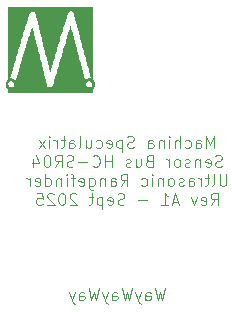
<source format=gbr>
%TF.GenerationSoftware,KiCad,Pcbnew,9.0.4*%
%TF.CreationDate,2025-11-07T20:41:43+01:00*%
%TF.ProjectId,SB_Mod_SR04,53425f4d-6f64-45f5-9352-30342e6b6963,rev?*%
%TF.SameCoordinates,Original*%
%TF.FileFunction,Legend,Bot*%
%TF.FilePolarity,Positive*%
%FSLAX46Y46*%
G04 Gerber Fmt 4.6, Leading zero omitted, Abs format (unit mm)*
G04 Created by KiCad (PCBNEW 9.0.4) date 2025-11-07 20:41:43*
%MOMM*%
%LPD*%
G01*
G04 APERTURE LIST*
%ADD10C,0.100000*%
%ADD11C,0.000000*%
G04 APERTURE END LIST*
D10*
X129681952Y-105938987D02*
X129681952Y-104938987D01*
X129681952Y-104938987D02*
X129348619Y-105653272D01*
X129348619Y-105653272D02*
X129015286Y-104938987D01*
X129015286Y-104938987D02*
X129015286Y-105938987D01*
X128110524Y-105938987D02*
X128110524Y-105415177D01*
X128110524Y-105415177D02*
X128158143Y-105319939D01*
X128158143Y-105319939D02*
X128253381Y-105272320D01*
X128253381Y-105272320D02*
X128443857Y-105272320D01*
X128443857Y-105272320D02*
X128539095Y-105319939D01*
X128110524Y-105891368D02*
X128205762Y-105938987D01*
X128205762Y-105938987D02*
X128443857Y-105938987D01*
X128443857Y-105938987D02*
X128539095Y-105891368D01*
X128539095Y-105891368D02*
X128586714Y-105796129D01*
X128586714Y-105796129D02*
X128586714Y-105700891D01*
X128586714Y-105700891D02*
X128539095Y-105605653D01*
X128539095Y-105605653D02*
X128443857Y-105558034D01*
X128443857Y-105558034D02*
X128205762Y-105558034D01*
X128205762Y-105558034D02*
X128110524Y-105510415D01*
X127205762Y-105891368D02*
X127301000Y-105938987D01*
X127301000Y-105938987D02*
X127491476Y-105938987D01*
X127491476Y-105938987D02*
X127586714Y-105891368D01*
X127586714Y-105891368D02*
X127634333Y-105843748D01*
X127634333Y-105843748D02*
X127681952Y-105748510D01*
X127681952Y-105748510D02*
X127681952Y-105462796D01*
X127681952Y-105462796D02*
X127634333Y-105367558D01*
X127634333Y-105367558D02*
X127586714Y-105319939D01*
X127586714Y-105319939D02*
X127491476Y-105272320D01*
X127491476Y-105272320D02*
X127301000Y-105272320D01*
X127301000Y-105272320D02*
X127205762Y-105319939D01*
X126777190Y-105938987D02*
X126777190Y-104938987D01*
X126348619Y-105938987D02*
X126348619Y-105415177D01*
X126348619Y-105415177D02*
X126396238Y-105319939D01*
X126396238Y-105319939D02*
X126491476Y-105272320D01*
X126491476Y-105272320D02*
X126634333Y-105272320D01*
X126634333Y-105272320D02*
X126729571Y-105319939D01*
X126729571Y-105319939D02*
X126777190Y-105367558D01*
X125872428Y-105938987D02*
X125872428Y-105272320D01*
X125872428Y-104938987D02*
X125920047Y-104986606D01*
X125920047Y-104986606D02*
X125872428Y-105034225D01*
X125872428Y-105034225D02*
X125824809Y-104986606D01*
X125824809Y-104986606D02*
X125872428Y-104938987D01*
X125872428Y-104938987D02*
X125872428Y-105034225D01*
X125396238Y-105272320D02*
X125396238Y-105938987D01*
X125396238Y-105367558D02*
X125348619Y-105319939D01*
X125348619Y-105319939D02*
X125253381Y-105272320D01*
X125253381Y-105272320D02*
X125110524Y-105272320D01*
X125110524Y-105272320D02*
X125015286Y-105319939D01*
X125015286Y-105319939D02*
X124967667Y-105415177D01*
X124967667Y-105415177D02*
X124967667Y-105938987D01*
X124062905Y-105938987D02*
X124062905Y-105415177D01*
X124062905Y-105415177D02*
X124110524Y-105319939D01*
X124110524Y-105319939D02*
X124205762Y-105272320D01*
X124205762Y-105272320D02*
X124396238Y-105272320D01*
X124396238Y-105272320D02*
X124491476Y-105319939D01*
X124062905Y-105891368D02*
X124158143Y-105938987D01*
X124158143Y-105938987D02*
X124396238Y-105938987D01*
X124396238Y-105938987D02*
X124491476Y-105891368D01*
X124491476Y-105891368D02*
X124539095Y-105796129D01*
X124539095Y-105796129D02*
X124539095Y-105700891D01*
X124539095Y-105700891D02*
X124491476Y-105605653D01*
X124491476Y-105605653D02*
X124396238Y-105558034D01*
X124396238Y-105558034D02*
X124158143Y-105558034D01*
X124158143Y-105558034D02*
X124062905Y-105510415D01*
X122872428Y-105891368D02*
X122729571Y-105938987D01*
X122729571Y-105938987D02*
X122491476Y-105938987D01*
X122491476Y-105938987D02*
X122396238Y-105891368D01*
X122396238Y-105891368D02*
X122348619Y-105843748D01*
X122348619Y-105843748D02*
X122301000Y-105748510D01*
X122301000Y-105748510D02*
X122301000Y-105653272D01*
X122301000Y-105653272D02*
X122348619Y-105558034D01*
X122348619Y-105558034D02*
X122396238Y-105510415D01*
X122396238Y-105510415D02*
X122491476Y-105462796D01*
X122491476Y-105462796D02*
X122681952Y-105415177D01*
X122681952Y-105415177D02*
X122777190Y-105367558D01*
X122777190Y-105367558D02*
X122824809Y-105319939D01*
X122824809Y-105319939D02*
X122872428Y-105224701D01*
X122872428Y-105224701D02*
X122872428Y-105129463D01*
X122872428Y-105129463D02*
X122824809Y-105034225D01*
X122824809Y-105034225D02*
X122777190Y-104986606D01*
X122777190Y-104986606D02*
X122681952Y-104938987D01*
X122681952Y-104938987D02*
X122443857Y-104938987D01*
X122443857Y-104938987D02*
X122301000Y-104986606D01*
X121872428Y-105272320D02*
X121872428Y-106272320D01*
X121872428Y-105319939D02*
X121777190Y-105272320D01*
X121777190Y-105272320D02*
X121586714Y-105272320D01*
X121586714Y-105272320D02*
X121491476Y-105319939D01*
X121491476Y-105319939D02*
X121443857Y-105367558D01*
X121443857Y-105367558D02*
X121396238Y-105462796D01*
X121396238Y-105462796D02*
X121396238Y-105748510D01*
X121396238Y-105748510D02*
X121443857Y-105843748D01*
X121443857Y-105843748D02*
X121491476Y-105891368D01*
X121491476Y-105891368D02*
X121586714Y-105938987D01*
X121586714Y-105938987D02*
X121777190Y-105938987D01*
X121777190Y-105938987D02*
X121872428Y-105891368D01*
X120586714Y-105891368D02*
X120681952Y-105938987D01*
X120681952Y-105938987D02*
X120872428Y-105938987D01*
X120872428Y-105938987D02*
X120967666Y-105891368D01*
X120967666Y-105891368D02*
X121015285Y-105796129D01*
X121015285Y-105796129D02*
X121015285Y-105415177D01*
X121015285Y-105415177D02*
X120967666Y-105319939D01*
X120967666Y-105319939D02*
X120872428Y-105272320D01*
X120872428Y-105272320D02*
X120681952Y-105272320D01*
X120681952Y-105272320D02*
X120586714Y-105319939D01*
X120586714Y-105319939D02*
X120539095Y-105415177D01*
X120539095Y-105415177D02*
X120539095Y-105510415D01*
X120539095Y-105510415D02*
X121015285Y-105605653D01*
X119681952Y-105891368D02*
X119777190Y-105938987D01*
X119777190Y-105938987D02*
X119967666Y-105938987D01*
X119967666Y-105938987D02*
X120062904Y-105891368D01*
X120062904Y-105891368D02*
X120110523Y-105843748D01*
X120110523Y-105843748D02*
X120158142Y-105748510D01*
X120158142Y-105748510D02*
X120158142Y-105462796D01*
X120158142Y-105462796D02*
X120110523Y-105367558D01*
X120110523Y-105367558D02*
X120062904Y-105319939D01*
X120062904Y-105319939D02*
X119967666Y-105272320D01*
X119967666Y-105272320D02*
X119777190Y-105272320D01*
X119777190Y-105272320D02*
X119681952Y-105319939D01*
X118824809Y-105272320D02*
X118824809Y-105938987D01*
X119253380Y-105272320D02*
X119253380Y-105796129D01*
X119253380Y-105796129D02*
X119205761Y-105891368D01*
X119205761Y-105891368D02*
X119110523Y-105938987D01*
X119110523Y-105938987D02*
X118967666Y-105938987D01*
X118967666Y-105938987D02*
X118872428Y-105891368D01*
X118872428Y-105891368D02*
X118824809Y-105843748D01*
X118205761Y-105938987D02*
X118300999Y-105891368D01*
X118300999Y-105891368D02*
X118348618Y-105796129D01*
X118348618Y-105796129D02*
X118348618Y-104938987D01*
X117396237Y-105938987D02*
X117396237Y-105415177D01*
X117396237Y-105415177D02*
X117443856Y-105319939D01*
X117443856Y-105319939D02*
X117539094Y-105272320D01*
X117539094Y-105272320D02*
X117729570Y-105272320D01*
X117729570Y-105272320D02*
X117824808Y-105319939D01*
X117396237Y-105891368D02*
X117491475Y-105938987D01*
X117491475Y-105938987D02*
X117729570Y-105938987D01*
X117729570Y-105938987D02*
X117824808Y-105891368D01*
X117824808Y-105891368D02*
X117872427Y-105796129D01*
X117872427Y-105796129D02*
X117872427Y-105700891D01*
X117872427Y-105700891D02*
X117824808Y-105605653D01*
X117824808Y-105605653D02*
X117729570Y-105558034D01*
X117729570Y-105558034D02*
X117491475Y-105558034D01*
X117491475Y-105558034D02*
X117396237Y-105510415D01*
X117062903Y-105272320D02*
X116681951Y-105272320D01*
X116920046Y-104938987D02*
X116920046Y-105796129D01*
X116920046Y-105796129D02*
X116872427Y-105891368D01*
X116872427Y-105891368D02*
X116777189Y-105938987D01*
X116777189Y-105938987D02*
X116681951Y-105938987D01*
X116348617Y-105938987D02*
X116348617Y-105272320D01*
X116348617Y-105462796D02*
X116300998Y-105367558D01*
X116300998Y-105367558D02*
X116253379Y-105319939D01*
X116253379Y-105319939D02*
X116158141Y-105272320D01*
X116158141Y-105272320D02*
X116062903Y-105272320D01*
X115729569Y-105938987D02*
X115729569Y-105272320D01*
X115729569Y-104938987D02*
X115777188Y-104986606D01*
X115777188Y-104986606D02*
X115729569Y-105034225D01*
X115729569Y-105034225D02*
X115681950Y-104986606D01*
X115681950Y-104986606D02*
X115729569Y-104938987D01*
X115729569Y-104938987D02*
X115729569Y-105034225D01*
X115348617Y-105938987D02*
X114824808Y-105272320D01*
X115348617Y-105272320D02*
X114824808Y-105938987D01*
X130324809Y-107501312D02*
X130181952Y-107548931D01*
X130181952Y-107548931D02*
X129943857Y-107548931D01*
X129943857Y-107548931D02*
X129848619Y-107501312D01*
X129848619Y-107501312D02*
X129801000Y-107453692D01*
X129801000Y-107453692D02*
X129753381Y-107358454D01*
X129753381Y-107358454D02*
X129753381Y-107263216D01*
X129753381Y-107263216D02*
X129801000Y-107167978D01*
X129801000Y-107167978D02*
X129848619Y-107120359D01*
X129848619Y-107120359D02*
X129943857Y-107072740D01*
X129943857Y-107072740D02*
X130134333Y-107025121D01*
X130134333Y-107025121D02*
X130229571Y-106977502D01*
X130229571Y-106977502D02*
X130277190Y-106929883D01*
X130277190Y-106929883D02*
X130324809Y-106834645D01*
X130324809Y-106834645D02*
X130324809Y-106739407D01*
X130324809Y-106739407D02*
X130277190Y-106644169D01*
X130277190Y-106644169D02*
X130229571Y-106596550D01*
X130229571Y-106596550D02*
X130134333Y-106548931D01*
X130134333Y-106548931D02*
X129896238Y-106548931D01*
X129896238Y-106548931D02*
X129753381Y-106596550D01*
X128943857Y-107501312D02*
X129039095Y-107548931D01*
X129039095Y-107548931D02*
X129229571Y-107548931D01*
X129229571Y-107548931D02*
X129324809Y-107501312D01*
X129324809Y-107501312D02*
X129372428Y-107406073D01*
X129372428Y-107406073D02*
X129372428Y-107025121D01*
X129372428Y-107025121D02*
X129324809Y-106929883D01*
X129324809Y-106929883D02*
X129229571Y-106882264D01*
X129229571Y-106882264D02*
X129039095Y-106882264D01*
X129039095Y-106882264D02*
X128943857Y-106929883D01*
X128943857Y-106929883D02*
X128896238Y-107025121D01*
X128896238Y-107025121D02*
X128896238Y-107120359D01*
X128896238Y-107120359D02*
X129372428Y-107215597D01*
X128467666Y-106882264D02*
X128467666Y-107548931D01*
X128467666Y-106977502D02*
X128420047Y-106929883D01*
X128420047Y-106929883D02*
X128324809Y-106882264D01*
X128324809Y-106882264D02*
X128181952Y-106882264D01*
X128181952Y-106882264D02*
X128086714Y-106929883D01*
X128086714Y-106929883D02*
X128039095Y-107025121D01*
X128039095Y-107025121D02*
X128039095Y-107548931D01*
X127610523Y-107501312D02*
X127515285Y-107548931D01*
X127515285Y-107548931D02*
X127324809Y-107548931D01*
X127324809Y-107548931D02*
X127229571Y-107501312D01*
X127229571Y-107501312D02*
X127181952Y-107406073D01*
X127181952Y-107406073D02*
X127181952Y-107358454D01*
X127181952Y-107358454D02*
X127229571Y-107263216D01*
X127229571Y-107263216D02*
X127324809Y-107215597D01*
X127324809Y-107215597D02*
X127467666Y-107215597D01*
X127467666Y-107215597D02*
X127562904Y-107167978D01*
X127562904Y-107167978D02*
X127610523Y-107072740D01*
X127610523Y-107072740D02*
X127610523Y-107025121D01*
X127610523Y-107025121D02*
X127562904Y-106929883D01*
X127562904Y-106929883D02*
X127467666Y-106882264D01*
X127467666Y-106882264D02*
X127324809Y-106882264D01*
X127324809Y-106882264D02*
X127229571Y-106929883D01*
X126610523Y-107548931D02*
X126705761Y-107501312D01*
X126705761Y-107501312D02*
X126753380Y-107453692D01*
X126753380Y-107453692D02*
X126800999Y-107358454D01*
X126800999Y-107358454D02*
X126800999Y-107072740D01*
X126800999Y-107072740D02*
X126753380Y-106977502D01*
X126753380Y-106977502D02*
X126705761Y-106929883D01*
X126705761Y-106929883D02*
X126610523Y-106882264D01*
X126610523Y-106882264D02*
X126467666Y-106882264D01*
X126467666Y-106882264D02*
X126372428Y-106929883D01*
X126372428Y-106929883D02*
X126324809Y-106977502D01*
X126324809Y-106977502D02*
X126277190Y-107072740D01*
X126277190Y-107072740D02*
X126277190Y-107358454D01*
X126277190Y-107358454D02*
X126324809Y-107453692D01*
X126324809Y-107453692D02*
X126372428Y-107501312D01*
X126372428Y-107501312D02*
X126467666Y-107548931D01*
X126467666Y-107548931D02*
X126610523Y-107548931D01*
X125848618Y-107548931D02*
X125848618Y-106882264D01*
X125848618Y-107072740D02*
X125800999Y-106977502D01*
X125800999Y-106977502D02*
X125753380Y-106929883D01*
X125753380Y-106929883D02*
X125658142Y-106882264D01*
X125658142Y-106882264D02*
X125562904Y-106882264D01*
X124134332Y-107025121D02*
X123991475Y-107072740D01*
X123991475Y-107072740D02*
X123943856Y-107120359D01*
X123943856Y-107120359D02*
X123896237Y-107215597D01*
X123896237Y-107215597D02*
X123896237Y-107358454D01*
X123896237Y-107358454D02*
X123943856Y-107453692D01*
X123943856Y-107453692D02*
X123991475Y-107501312D01*
X123991475Y-107501312D02*
X124086713Y-107548931D01*
X124086713Y-107548931D02*
X124467665Y-107548931D01*
X124467665Y-107548931D02*
X124467665Y-106548931D01*
X124467665Y-106548931D02*
X124134332Y-106548931D01*
X124134332Y-106548931D02*
X124039094Y-106596550D01*
X124039094Y-106596550D02*
X123991475Y-106644169D01*
X123991475Y-106644169D02*
X123943856Y-106739407D01*
X123943856Y-106739407D02*
X123943856Y-106834645D01*
X123943856Y-106834645D02*
X123991475Y-106929883D01*
X123991475Y-106929883D02*
X124039094Y-106977502D01*
X124039094Y-106977502D02*
X124134332Y-107025121D01*
X124134332Y-107025121D02*
X124467665Y-107025121D01*
X123039094Y-106882264D02*
X123039094Y-107548931D01*
X123467665Y-106882264D02*
X123467665Y-107406073D01*
X123467665Y-107406073D02*
X123420046Y-107501312D01*
X123420046Y-107501312D02*
X123324808Y-107548931D01*
X123324808Y-107548931D02*
X123181951Y-107548931D01*
X123181951Y-107548931D02*
X123086713Y-107501312D01*
X123086713Y-107501312D02*
X123039094Y-107453692D01*
X122610522Y-107501312D02*
X122515284Y-107548931D01*
X122515284Y-107548931D02*
X122324808Y-107548931D01*
X122324808Y-107548931D02*
X122229570Y-107501312D01*
X122229570Y-107501312D02*
X122181951Y-107406073D01*
X122181951Y-107406073D02*
X122181951Y-107358454D01*
X122181951Y-107358454D02*
X122229570Y-107263216D01*
X122229570Y-107263216D02*
X122324808Y-107215597D01*
X122324808Y-107215597D02*
X122467665Y-107215597D01*
X122467665Y-107215597D02*
X122562903Y-107167978D01*
X122562903Y-107167978D02*
X122610522Y-107072740D01*
X122610522Y-107072740D02*
X122610522Y-107025121D01*
X122610522Y-107025121D02*
X122562903Y-106929883D01*
X122562903Y-106929883D02*
X122467665Y-106882264D01*
X122467665Y-106882264D02*
X122324808Y-106882264D01*
X122324808Y-106882264D02*
X122229570Y-106929883D01*
X120991474Y-107548931D02*
X120991474Y-106548931D01*
X120991474Y-107025121D02*
X120420046Y-107025121D01*
X120420046Y-107548931D02*
X120420046Y-106548931D01*
X119372427Y-107453692D02*
X119420046Y-107501312D01*
X119420046Y-107501312D02*
X119562903Y-107548931D01*
X119562903Y-107548931D02*
X119658141Y-107548931D01*
X119658141Y-107548931D02*
X119800998Y-107501312D01*
X119800998Y-107501312D02*
X119896236Y-107406073D01*
X119896236Y-107406073D02*
X119943855Y-107310835D01*
X119943855Y-107310835D02*
X119991474Y-107120359D01*
X119991474Y-107120359D02*
X119991474Y-106977502D01*
X119991474Y-106977502D02*
X119943855Y-106787026D01*
X119943855Y-106787026D02*
X119896236Y-106691788D01*
X119896236Y-106691788D02*
X119800998Y-106596550D01*
X119800998Y-106596550D02*
X119658141Y-106548931D01*
X119658141Y-106548931D02*
X119562903Y-106548931D01*
X119562903Y-106548931D02*
X119420046Y-106596550D01*
X119420046Y-106596550D02*
X119372427Y-106644169D01*
X118943855Y-107167978D02*
X118181951Y-107167978D01*
X117753379Y-107501312D02*
X117610522Y-107548931D01*
X117610522Y-107548931D02*
X117372427Y-107548931D01*
X117372427Y-107548931D02*
X117277189Y-107501312D01*
X117277189Y-107501312D02*
X117229570Y-107453692D01*
X117229570Y-107453692D02*
X117181951Y-107358454D01*
X117181951Y-107358454D02*
X117181951Y-107263216D01*
X117181951Y-107263216D02*
X117229570Y-107167978D01*
X117229570Y-107167978D02*
X117277189Y-107120359D01*
X117277189Y-107120359D02*
X117372427Y-107072740D01*
X117372427Y-107072740D02*
X117562903Y-107025121D01*
X117562903Y-107025121D02*
X117658141Y-106977502D01*
X117658141Y-106977502D02*
X117705760Y-106929883D01*
X117705760Y-106929883D02*
X117753379Y-106834645D01*
X117753379Y-106834645D02*
X117753379Y-106739407D01*
X117753379Y-106739407D02*
X117705760Y-106644169D01*
X117705760Y-106644169D02*
X117658141Y-106596550D01*
X117658141Y-106596550D02*
X117562903Y-106548931D01*
X117562903Y-106548931D02*
X117324808Y-106548931D01*
X117324808Y-106548931D02*
X117181951Y-106596550D01*
X116181951Y-107548931D02*
X116515284Y-107072740D01*
X116753379Y-107548931D02*
X116753379Y-106548931D01*
X116753379Y-106548931D02*
X116372427Y-106548931D01*
X116372427Y-106548931D02*
X116277189Y-106596550D01*
X116277189Y-106596550D02*
X116229570Y-106644169D01*
X116229570Y-106644169D02*
X116181951Y-106739407D01*
X116181951Y-106739407D02*
X116181951Y-106882264D01*
X116181951Y-106882264D02*
X116229570Y-106977502D01*
X116229570Y-106977502D02*
X116277189Y-107025121D01*
X116277189Y-107025121D02*
X116372427Y-107072740D01*
X116372427Y-107072740D02*
X116753379Y-107072740D01*
X115562903Y-106548931D02*
X115467665Y-106548931D01*
X115467665Y-106548931D02*
X115372427Y-106596550D01*
X115372427Y-106596550D02*
X115324808Y-106644169D01*
X115324808Y-106644169D02*
X115277189Y-106739407D01*
X115277189Y-106739407D02*
X115229570Y-106929883D01*
X115229570Y-106929883D02*
X115229570Y-107167978D01*
X115229570Y-107167978D02*
X115277189Y-107358454D01*
X115277189Y-107358454D02*
X115324808Y-107453692D01*
X115324808Y-107453692D02*
X115372427Y-107501312D01*
X115372427Y-107501312D02*
X115467665Y-107548931D01*
X115467665Y-107548931D02*
X115562903Y-107548931D01*
X115562903Y-107548931D02*
X115658141Y-107501312D01*
X115658141Y-107501312D02*
X115705760Y-107453692D01*
X115705760Y-107453692D02*
X115753379Y-107358454D01*
X115753379Y-107358454D02*
X115800998Y-107167978D01*
X115800998Y-107167978D02*
X115800998Y-106929883D01*
X115800998Y-106929883D02*
X115753379Y-106739407D01*
X115753379Y-106739407D02*
X115705760Y-106644169D01*
X115705760Y-106644169D02*
X115658141Y-106596550D01*
X115658141Y-106596550D02*
X115562903Y-106548931D01*
X114372427Y-106882264D02*
X114372427Y-107548931D01*
X114610522Y-106501312D02*
X114848617Y-107215597D01*
X114848617Y-107215597D02*
X114229570Y-107215597D01*
X130705762Y-108158875D02*
X130705762Y-108968398D01*
X130705762Y-108968398D02*
X130658143Y-109063636D01*
X130658143Y-109063636D02*
X130610524Y-109111256D01*
X130610524Y-109111256D02*
X130515286Y-109158875D01*
X130515286Y-109158875D02*
X130324810Y-109158875D01*
X130324810Y-109158875D02*
X130229572Y-109111256D01*
X130229572Y-109111256D02*
X130181953Y-109063636D01*
X130181953Y-109063636D02*
X130134334Y-108968398D01*
X130134334Y-108968398D02*
X130134334Y-108158875D01*
X129515286Y-109158875D02*
X129610524Y-109111256D01*
X129610524Y-109111256D02*
X129658143Y-109016017D01*
X129658143Y-109016017D02*
X129658143Y-108158875D01*
X129277190Y-108492208D02*
X128896238Y-108492208D01*
X129134333Y-108158875D02*
X129134333Y-109016017D01*
X129134333Y-109016017D02*
X129086714Y-109111256D01*
X129086714Y-109111256D02*
X128991476Y-109158875D01*
X128991476Y-109158875D02*
X128896238Y-109158875D01*
X128562904Y-109158875D02*
X128562904Y-108492208D01*
X128562904Y-108682684D02*
X128515285Y-108587446D01*
X128515285Y-108587446D02*
X128467666Y-108539827D01*
X128467666Y-108539827D02*
X128372428Y-108492208D01*
X128372428Y-108492208D02*
X128277190Y-108492208D01*
X127515285Y-109158875D02*
X127515285Y-108635065D01*
X127515285Y-108635065D02*
X127562904Y-108539827D01*
X127562904Y-108539827D02*
X127658142Y-108492208D01*
X127658142Y-108492208D02*
X127848618Y-108492208D01*
X127848618Y-108492208D02*
X127943856Y-108539827D01*
X127515285Y-109111256D02*
X127610523Y-109158875D01*
X127610523Y-109158875D02*
X127848618Y-109158875D01*
X127848618Y-109158875D02*
X127943856Y-109111256D01*
X127943856Y-109111256D02*
X127991475Y-109016017D01*
X127991475Y-109016017D02*
X127991475Y-108920779D01*
X127991475Y-108920779D02*
X127943856Y-108825541D01*
X127943856Y-108825541D02*
X127848618Y-108777922D01*
X127848618Y-108777922D02*
X127610523Y-108777922D01*
X127610523Y-108777922D02*
X127515285Y-108730303D01*
X127086713Y-109111256D02*
X126991475Y-109158875D01*
X126991475Y-109158875D02*
X126800999Y-109158875D01*
X126800999Y-109158875D02*
X126705761Y-109111256D01*
X126705761Y-109111256D02*
X126658142Y-109016017D01*
X126658142Y-109016017D02*
X126658142Y-108968398D01*
X126658142Y-108968398D02*
X126705761Y-108873160D01*
X126705761Y-108873160D02*
X126800999Y-108825541D01*
X126800999Y-108825541D02*
X126943856Y-108825541D01*
X126943856Y-108825541D02*
X127039094Y-108777922D01*
X127039094Y-108777922D02*
X127086713Y-108682684D01*
X127086713Y-108682684D02*
X127086713Y-108635065D01*
X127086713Y-108635065D02*
X127039094Y-108539827D01*
X127039094Y-108539827D02*
X126943856Y-108492208D01*
X126943856Y-108492208D02*
X126800999Y-108492208D01*
X126800999Y-108492208D02*
X126705761Y-108539827D01*
X126086713Y-109158875D02*
X126181951Y-109111256D01*
X126181951Y-109111256D02*
X126229570Y-109063636D01*
X126229570Y-109063636D02*
X126277189Y-108968398D01*
X126277189Y-108968398D02*
X126277189Y-108682684D01*
X126277189Y-108682684D02*
X126229570Y-108587446D01*
X126229570Y-108587446D02*
X126181951Y-108539827D01*
X126181951Y-108539827D02*
X126086713Y-108492208D01*
X126086713Y-108492208D02*
X125943856Y-108492208D01*
X125943856Y-108492208D02*
X125848618Y-108539827D01*
X125848618Y-108539827D02*
X125800999Y-108587446D01*
X125800999Y-108587446D02*
X125753380Y-108682684D01*
X125753380Y-108682684D02*
X125753380Y-108968398D01*
X125753380Y-108968398D02*
X125800999Y-109063636D01*
X125800999Y-109063636D02*
X125848618Y-109111256D01*
X125848618Y-109111256D02*
X125943856Y-109158875D01*
X125943856Y-109158875D02*
X126086713Y-109158875D01*
X125324808Y-108492208D02*
X125324808Y-109158875D01*
X125324808Y-108587446D02*
X125277189Y-108539827D01*
X125277189Y-108539827D02*
X125181951Y-108492208D01*
X125181951Y-108492208D02*
X125039094Y-108492208D01*
X125039094Y-108492208D02*
X124943856Y-108539827D01*
X124943856Y-108539827D02*
X124896237Y-108635065D01*
X124896237Y-108635065D02*
X124896237Y-109158875D01*
X124420046Y-109158875D02*
X124420046Y-108492208D01*
X124420046Y-108158875D02*
X124467665Y-108206494D01*
X124467665Y-108206494D02*
X124420046Y-108254113D01*
X124420046Y-108254113D02*
X124372427Y-108206494D01*
X124372427Y-108206494D02*
X124420046Y-108158875D01*
X124420046Y-108158875D02*
X124420046Y-108254113D01*
X123515285Y-109111256D02*
X123610523Y-109158875D01*
X123610523Y-109158875D02*
X123800999Y-109158875D01*
X123800999Y-109158875D02*
X123896237Y-109111256D01*
X123896237Y-109111256D02*
X123943856Y-109063636D01*
X123943856Y-109063636D02*
X123991475Y-108968398D01*
X123991475Y-108968398D02*
X123991475Y-108682684D01*
X123991475Y-108682684D02*
X123943856Y-108587446D01*
X123943856Y-108587446D02*
X123896237Y-108539827D01*
X123896237Y-108539827D02*
X123800999Y-108492208D01*
X123800999Y-108492208D02*
X123610523Y-108492208D01*
X123610523Y-108492208D02*
X123515285Y-108539827D01*
X121753380Y-109158875D02*
X122086713Y-108682684D01*
X122324808Y-109158875D02*
X122324808Y-108158875D01*
X122324808Y-108158875D02*
X121943856Y-108158875D01*
X121943856Y-108158875D02*
X121848618Y-108206494D01*
X121848618Y-108206494D02*
X121800999Y-108254113D01*
X121800999Y-108254113D02*
X121753380Y-108349351D01*
X121753380Y-108349351D02*
X121753380Y-108492208D01*
X121753380Y-108492208D02*
X121800999Y-108587446D01*
X121800999Y-108587446D02*
X121848618Y-108635065D01*
X121848618Y-108635065D02*
X121943856Y-108682684D01*
X121943856Y-108682684D02*
X122324808Y-108682684D01*
X120896237Y-109158875D02*
X120896237Y-108635065D01*
X120896237Y-108635065D02*
X120943856Y-108539827D01*
X120943856Y-108539827D02*
X121039094Y-108492208D01*
X121039094Y-108492208D02*
X121229570Y-108492208D01*
X121229570Y-108492208D02*
X121324808Y-108539827D01*
X120896237Y-109111256D02*
X120991475Y-109158875D01*
X120991475Y-109158875D02*
X121229570Y-109158875D01*
X121229570Y-109158875D02*
X121324808Y-109111256D01*
X121324808Y-109111256D02*
X121372427Y-109016017D01*
X121372427Y-109016017D02*
X121372427Y-108920779D01*
X121372427Y-108920779D02*
X121324808Y-108825541D01*
X121324808Y-108825541D02*
X121229570Y-108777922D01*
X121229570Y-108777922D02*
X120991475Y-108777922D01*
X120991475Y-108777922D02*
X120896237Y-108730303D01*
X120420046Y-108492208D02*
X120420046Y-109158875D01*
X120420046Y-108587446D02*
X120372427Y-108539827D01*
X120372427Y-108539827D02*
X120277189Y-108492208D01*
X120277189Y-108492208D02*
X120134332Y-108492208D01*
X120134332Y-108492208D02*
X120039094Y-108539827D01*
X120039094Y-108539827D02*
X119991475Y-108635065D01*
X119991475Y-108635065D02*
X119991475Y-109158875D01*
X119086713Y-108492208D02*
X119086713Y-109301732D01*
X119086713Y-109301732D02*
X119134332Y-109396970D01*
X119134332Y-109396970D02*
X119181951Y-109444589D01*
X119181951Y-109444589D02*
X119277189Y-109492208D01*
X119277189Y-109492208D02*
X119420046Y-109492208D01*
X119420046Y-109492208D02*
X119515284Y-109444589D01*
X119086713Y-109111256D02*
X119181951Y-109158875D01*
X119181951Y-109158875D02*
X119372427Y-109158875D01*
X119372427Y-109158875D02*
X119467665Y-109111256D01*
X119467665Y-109111256D02*
X119515284Y-109063636D01*
X119515284Y-109063636D02*
X119562903Y-108968398D01*
X119562903Y-108968398D02*
X119562903Y-108682684D01*
X119562903Y-108682684D02*
X119515284Y-108587446D01*
X119515284Y-108587446D02*
X119467665Y-108539827D01*
X119467665Y-108539827D02*
X119372427Y-108492208D01*
X119372427Y-108492208D02*
X119181951Y-108492208D01*
X119181951Y-108492208D02*
X119086713Y-108539827D01*
X118229570Y-109111256D02*
X118324808Y-109158875D01*
X118324808Y-109158875D02*
X118515284Y-109158875D01*
X118515284Y-109158875D02*
X118610522Y-109111256D01*
X118610522Y-109111256D02*
X118658141Y-109016017D01*
X118658141Y-109016017D02*
X118658141Y-108635065D01*
X118658141Y-108635065D02*
X118610522Y-108539827D01*
X118610522Y-108539827D02*
X118515284Y-108492208D01*
X118515284Y-108492208D02*
X118324808Y-108492208D01*
X118324808Y-108492208D02*
X118229570Y-108539827D01*
X118229570Y-108539827D02*
X118181951Y-108635065D01*
X118181951Y-108635065D02*
X118181951Y-108730303D01*
X118181951Y-108730303D02*
X118658141Y-108825541D01*
X117896236Y-108492208D02*
X117515284Y-108492208D01*
X117753379Y-109158875D02*
X117753379Y-108301732D01*
X117753379Y-108301732D02*
X117705760Y-108206494D01*
X117705760Y-108206494D02*
X117610522Y-108158875D01*
X117610522Y-108158875D02*
X117515284Y-108158875D01*
X117181950Y-109158875D02*
X117181950Y-108492208D01*
X117181950Y-108158875D02*
X117229569Y-108206494D01*
X117229569Y-108206494D02*
X117181950Y-108254113D01*
X117181950Y-108254113D02*
X117134331Y-108206494D01*
X117134331Y-108206494D02*
X117181950Y-108158875D01*
X117181950Y-108158875D02*
X117181950Y-108254113D01*
X116705760Y-108492208D02*
X116705760Y-109158875D01*
X116705760Y-108587446D02*
X116658141Y-108539827D01*
X116658141Y-108539827D02*
X116562903Y-108492208D01*
X116562903Y-108492208D02*
X116420046Y-108492208D01*
X116420046Y-108492208D02*
X116324808Y-108539827D01*
X116324808Y-108539827D02*
X116277189Y-108635065D01*
X116277189Y-108635065D02*
X116277189Y-109158875D01*
X115372427Y-109158875D02*
X115372427Y-108158875D01*
X115372427Y-109111256D02*
X115467665Y-109158875D01*
X115467665Y-109158875D02*
X115658141Y-109158875D01*
X115658141Y-109158875D02*
X115753379Y-109111256D01*
X115753379Y-109111256D02*
X115800998Y-109063636D01*
X115800998Y-109063636D02*
X115848617Y-108968398D01*
X115848617Y-108968398D02*
X115848617Y-108682684D01*
X115848617Y-108682684D02*
X115800998Y-108587446D01*
X115800998Y-108587446D02*
X115753379Y-108539827D01*
X115753379Y-108539827D02*
X115658141Y-108492208D01*
X115658141Y-108492208D02*
X115467665Y-108492208D01*
X115467665Y-108492208D02*
X115372427Y-108539827D01*
X114515284Y-109111256D02*
X114610522Y-109158875D01*
X114610522Y-109158875D02*
X114800998Y-109158875D01*
X114800998Y-109158875D02*
X114896236Y-109111256D01*
X114896236Y-109111256D02*
X114943855Y-109016017D01*
X114943855Y-109016017D02*
X114943855Y-108635065D01*
X114943855Y-108635065D02*
X114896236Y-108539827D01*
X114896236Y-108539827D02*
X114800998Y-108492208D01*
X114800998Y-108492208D02*
X114610522Y-108492208D01*
X114610522Y-108492208D02*
X114515284Y-108539827D01*
X114515284Y-108539827D02*
X114467665Y-108635065D01*
X114467665Y-108635065D02*
X114467665Y-108730303D01*
X114467665Y-108730303D02*
X114943855Y-108825541D01*
X114039093Y-109158875D02*
X114039093Y-108492208D01*
X114039093Y-108682684D02*
X113991474Y-108587446D01*
X113991474Y-108587446D02*
X113943855Y-108539827D01*
X113943855Y-108539827D02*
X113848617Y-108492208D01*
X113848617Y-108492208D02*
X113753379Y-108492208D01*
X129396239Y-110768819D02*
X129729572Y-110292628D01*
X129967667Y-110768819D02*
X129967667Y-109768819D01*
X129967667Y-109768819D02*
X129586715Y-109768819D01*
X129586715Y-109768819D02*
X129491477Y-109816438D01*
X129491477Y-109816438D02*
X129443858Y-109864057D01*
X129443858Y-109864057D02*
X129396239Y-109959295D01*
X129396239Y-109959295D02*
X129396239Y-110102152D01*
X129396239Y-110102152D02*
X129443858Y-110197390D01*
X129443858Y-110197390D02*
X129491477Y-110245009D01*
X129491477Y-110245009D02*
X129586715Y-110292628D01*
X129586715Y-110292628D02*
X129967667Y-110292628D01*
X128586715Y-110721200D02*
X128681953Y-110768819D01*
X128681953Y-110768819D02*
X128872429Y-110768819D01*
X128872429Y-110768819D02*
X128967667Y-110721200D01*
X128967667Y-110721200D02*
X129015286Y-110625961D01*
X129015286Y-110625961D02*
X129015286Y-110245009D01*
X129015286Y-110245009D02*
X128967667Y-110149771D01*
X128967667Y-110149771D02*
X128872429Y-110102152D01*
X128872429Y-110102152D02*
X128681953Y-110102152D01*
X128681953Y-110102152D02*
X128586715Y-110149771D01*
X128586715Y-110149771D02*
X128539096Y-110245009D01*
X128539096Y-110245009D02*
X128539096Y-110340247D01*
X128539096Y-110340247D02*
X129015286Y-110435485D01*
X128205762Y-110102152D02*
X127967667Y-110768819D01*
X127967667Y-110768819D02*
X127729572Y-110102152D01*
X126634333Y-110483104D02*
X126158143Y-110483104D01*
X126729571Y-110768819D02*
X126396238Y-109768819D01*
X126396238Y-109768819D02*
X126062905Y-110768819D01*
X125205762Y-110768819D02*
X125777190Y-110768819D01*
X125491476Y-110768819D02*
X125491476Y-109768819D01*
X125491476Y-109768819D02*
X125586714Y-109911676D01*
X125586714Y-109911676D02*
X125681952Y-110006914D01*
X125681952Y-110006914D02*
X125777190Y-110054533D01*
X124015285Y-110387866D02*
X123253381Y-110387866D01*
X122062904Y-110721200D02*
X121920047Y-110768819D01*
X121920047Y-110768819D02*
X121681952Y-110768819D01*
X121681952Y-110768819D02*
X121586714Y-110721200D01*
X121586714Y-110721200D02*
X121539095Y-110673580D01*
X121539095Y-110673580D02*
X121491476Y-110578342D01*
X121491476Y-110578342D02*
X121491476Y-110483104D01*
X121491476Y-110483104D02*
X121539095Y-110387866D01*
X121539095Y-110387866D02*
X121586714Y-110340247D01*
X121586714Y-110340247D02*
X121681952Y-110292628D01*
X121681952Y-110292628D02*
X121872428Y-110245009D01*
X121872428Y-110245009D02*
X121967666Y-110197390D01*
X121967666Y-110197390D02*
X122015285Y-110149771D01*
X122015285Y-110149771D02*
X122062904Y-110054533D01*
X122062904Y-110054533D02*
X122062904Y-109959295D01*
X122062904Y-109959295D02*
X122015285Y-109864057D01*
X122015285Y-109864057D02*
X121967666Y-109816438D01*
X121967666Y-109816438D02*
X121872428Y-109768819D01*
X121872428Y-109768819D02*
X121634333Y-109768819D01*
X121634333Y-109768819D02*
X121491476Y-109816438D01*
X120681952Y-110721200D02*
X120777190Y-110768819D01*
X120777190Y-110768819D02*
X120967666Y-110768819D01*
X120967666Y-110768819D02*
X121062904Y-110721200D01*
X121062904Y-110721200D02*
X121110523Y-110625961D01*
X121110523Y-110625961D02*
X121110523Y-110245009D01*
X121110523Y-110245009D02*
X121062904Y-110149771D01*
X121062904Y-110149771D02*
X120967666Y-110102152D01*
X120967666Y-110102152D02*
X120777190Y-110102152D01*
X120777190Y-110102152D02*
X120681952Y-110149771D01*
X120681952Y-110149771D02*
X120634333Y-110245009D01*
X120634333Y-110245009D02*
X120634333Y-110340247D01*
X120634333Y-110340247D02*
X121110523Y-110435485D01*
X120205761Y-110102152D02*
X120205761Y-111102152D01*
X120205761Y-110149771D02*
X120110523Y-110102152D01*
X120110523Y-110102152D02*
X119920047Y-110102152D01*
X119920047Y-110102152D02*
X119824809Y-110149771D01*
X119824809Y-110149771D02*
X119777190Y-110197390D01*
X119777190Y-110197390D02*
X119729571Y-110292628D01*
X119729571Y-110292628D02*
X119729571Y-110578342D01*
X119729571Y-110578342D02*
X119777190Y-110673580D01*
X119777190Y-110673580D02*
X119824809Y-110721200D01*
X119824809Y-110721200D02*
X119920047Y-110768819D01*
X119920047Y-110768819D02*
X120110523Y-110768819D01*
X120110523Y-110768819D02*
X120205761Y-110721200D01*
X119443856Y-110102152D02*
X119062904Y-110102152D01*
X119300999Y-109768819D02*
X119300999Y-110625961D01*
X119300999Y-110625961D02*
X119253380Y-110721200D01*
X119253380Y-110721200D02*
X119158142Y-110768819D01*
X119158142Y-110768819D02*
X119062904Y-110768819D01*
X118015284Y-109864057D02*
X117967665Y-109816438D01*
X117967665Y-109816438D02*
X117872427Y-109768819D01*
X117872427Y-109768819D02*
X117634332Y-109768819D01*
X117634332Y-109768819D02*
X117539094Y-109816438D01*
X117539094Y-109816438D02*
X117491475Y-109864057D01*
X117491475Y-109864057D02*
X117443856Y-109959295D01*
X117443856Y-109959295D02*
X117443856Y-110054533D01*
X117443856Y-110054533D02*
X117491475Y-110197390D01*
X117491475Y-110197390D02*
X118062903Y-110768819D01*
X118062903Y-110768819D02*
X117443856Y-110768819D01*
X116824808Y-109768819D02*
X116729570Y-109768819D01*
X116729570Y-109768819D02*
X116634332Y-109816438D01*
X116634332Y-109816438D02*
X116586713Y-109864057D01*
X116586713Y-109864057D02*
X116539094Y-109959295D01*
X116539094Y-109959295D02*
X116491475Y-110149771D01*
X116491475Y-110149771D02*
X116491475Y-110387866D01*
X116491475Y-110387866D02*
X116539094Y-110578342D01*
X116539094Y-110578342D02*
X116586713Y-110673580D01*
X116586713Y-110673580D02*
X116634332Y-110721200D01*
X116634332Y-110721200D02*
X116729570Y-110768819D01*
X116729570Y-110768819D02*
X116824808Y-110768819D01*
X116824808Y-110768819D02*
X116920046Y-110721200D01*
X116920046Y-110721200D02*
X116967665Y-110673580D01*
X116967665Y-110673580D02*
X117015284Y-110578342D01*
X117015284Y-110578342D02*
X117062903Y-110387866D01*
X117062903Y-110387866D02*
X117062903Y-110149771D01*
X117062903Y-110149771D02*
X117015284Y-109959295D01*
X117015284Y-109959295D02*
X116967665Y-109864057D01*
X116967665Y-109864057D02*
X116920046Y-109816438D01*
X116920046Y-109816438D02*
X116824808Y-109768819D01*
X116110522Y-109864057D02*
X116062903Y-109816438D01*
X116062903Y-109816438D02*
X115967665Y-109768819D01*
X115967665Y-109768819D02*
X115729570Y-109768819D01*
X115729570Y-109768819D02*
X115634332Y-109816438D01*
X115634332Y-109816438D02*
X115586713Y-109864057D01*
X115586713Y-109864057D02*
X115539094Y-109959295D01*
X115539094Y-109959295D02*
X115539094Y-110054533D01*
X115539094Y-110054533D02*
X115586713Y-110197390D01*
X115586713Y-110197390D02*
X116158141Y-110768819D01*
X116158141Y-110768819D02*
X115539094Y-110768819D01*
X114634332Y-109768819D02*
X115110522Y-109768819D01*
X115110522Y-109768819D02*
X115158141Y-110245009D01*
X115158141Y-110245009D02*
X115110522Y-110197390D01*
X115110522Y-110197390D02*
X115015284Y-110149771D01*
X115015284Y-110149771D02*
X114777189Y-110149771D01*
X114777189Y-110149771D02*
X114681951Y-110197390D01*
X114681951Y-110197390D02*
X114634332Y-110245009D01*
X114634332Y-110245009D02*
X114586713Y-110340247D01*
X114586713Y-110340247D02*
X114586713Y-110578342D01*
X114586713Y-110578342D02*
X114634332Y-110673580D01*
X114634332Y-110673580D02*
X114681951Y-110721200D01*
X114681951Y-110721200D02*
X114777189Y-110768819D01*
X114777189Y-110768819D02*
X115015284Y-110768819D01*
X115015284Y-110768819D02*
X115110522Y-110721200D01*
X115110522Y-110721200D02*
X115158141Y-110673580D01*
X125521353Y-117820619D02*
X125283258Y-118820619D01*
X125283258Y-118820619D02*
X125092782Y-118106333D01*
X125092782Y-118106333D02*
X124902306Y-118820619D01*
X124902306Y-118820619D02*
X124664211Y-117820619D01*
X123854687Y-118820619D02*
X123854687Y-118296809D01*
X123854687Y-118296809D02*
X123902306Y-118201571D01*
X123902306Y-118201571D02*
X123997544Y-118153952D01*
X123997544Y-118153952D02*
X124188020Y-118153952D01*
X124188020Y-118153952D02*
X124283258Y-118201571D01*
X123854687Y-118773000D02*
X123949925Y-118820619D01*
X123949925Y-118820619D02*
X124188020Y-118820619D01*
X124188020Y-118820619D02*
X124283258Y-118773000D01*
X124283258Y-118773000D02*
X124330877Y-118677761D01*
X124330877Y-118677761D02*
X124330877Y-118582523D01*
X124330877Y-118582523D02*
X124283258Y-118487285D01*
X124283258Y-118487285D02*
X124188020Y-118439666D01*
X124188020Y-118439666D02*
X123949925Y-118439666D01*
X123949925Y-118439666D02*
X123854687Y-118392047D01*
X123473734Y-118153952D02*
X123235639Y-118820619D01*
X122997544Y-118153952D02*
X123235639Y-118820619D01*
X123235639Y-118820619D02*
X123330877Y-119058714D01*
X123330877Y-119058714D02*
X123378496Y-119106333D01*
X123378496Y-119106333D02*
X123473734Y-119153952D01*
X122711829Y-117820619D02*
X122473734Y-118820619D01*
X122473734Y-118820619D02*
X122283258Y-118106333D01*
X122283258Y-118106333D02*
X122092782Y-118820619D01*
X122092782Y-118820619D02*
X121854687Y-117820619D01*
X121045163Y-118820619D02*
X121045163Y-118296809D01*
X121045163Y-118296809D02*
X121092782Y-118201571D01*
X121092782Y-118201571D02*
X121188020Y-118153952D01*
X121188020Y-118153952D02*
X121378496Y-118153952D01*
X121378496Y-118153952D02*
X121473734Y-118201571D01*
X121045163Y-118773000D02*
X121140401Y-118820619D01*
X121140401Y-118820619D02*
X121378496Y-118820619D01*
X121378496Y-118820619D02*
X121473734Y-118773000D01*
X121473734Y-118773000D02*
X121521353Y-118677761D01*
X121521353Y-118677761D02*
X121521353Y-118582523D01*
X121521353Y-118582523D02*
X121473734Y-118487285D01*
X121473734Y-118487285D02*
X121378496Y-118439666D01*
X121378496Y-118439666D02*
X121140401Y-118439666D01*
X121140401Y-118439666D02*
X121045163Y-118392047D01*
X120664210Y-118153952D02*
X120426115Y-118820619D01*
X120188020Y-118153952D02*
X120426115Y-118820619D01*
X120426115Y-118820619D02*
X120521353Y-119058714D01*
X120521353Y-119058714D02*
X120568972Y-119106333D01*
X120568972Y-119106333D02*
X120664210Y-119153952D01*
X119902305Y-117820619D02*
X119664210Y-118820619D01*
X119664210Y-118820619D02*
X119473734Y-118106333D01*
X119473734Y-118106333D02*
X119283258Y-118820619D01*
X119283258Y-118820619D02*
X119045163Y-117820619D01*
X118235639Y-118820619D02*
X118235639Y-118296809D01*
X118235639Y-118296809D02*
X118283258Y-118201571D01*
X118283258Y-118201571D02*
X118378496Y-118153952D01*
X118378496Y-118153952D02*
X118568972Y-118153952D01*
X118568972Y-118153952D02*
X118664210Y-118201571D01*
X118235639Y-118773000D02*
X118330877Y-118820619D01*
X118330877Y-118820619D02*
X118568972Y-118820619D01*
X118568972Y-118820619D02*
X118664210Y-118773000D01*
X118664210Y-118773000D02*
X118711829Y-118677761D01*
X118711829Y-118677761D02*
X118711829Y-118582523D01*
X118711829Y-118582523D02*
X118664210Y-118487285D01*
X118664210Y-118487285D02*
X118568972Y-118439666D01*
X118568972Y-118439666D02*
X118330877Y-118439666D01*
X118330877Y-118439666D02*
X118235639Y-118392047D01*
X117854686Y-118153952D02*
X117616591Y-118820619D01*
X117378496Y-118153952D02*
X117616591Y-118820619D01*
X117616591Y-118820619D02*
X117711829Y-119058714D01*
X117711829Y-119058714D02*
X117759448Y-119106333D01*
X117759448Y-119106333D02*
X117854686Y-119153952D01*
D11*
%TO.C,G\u002A\u002A\u002A*%
G36*
X119441772Y-100182023D02*
G01*
X119478326Y-100222484D01*
X119503110Y-100252221D01*
X119554899Y-100336210D01*
X119588245Y-100427226D01*
X119603148Y-100522225D01*
X119601358Y-100570721D01*
X119599607Y-100618161D01*
X119577624Y-100711991D01*
X119537197Y-100800669D01*
X119478326Y-100881152D01*
X119441772Y-100921612D01*
X119441772Y-101291571D01*
X112184629Y-101291571D01*
X112184629Y-100939235D01*
X112151788Y-100907771D01*
X112127961Y-100882984D01*
X112073846Y-100806777D01*
X112036043Y-100721035D01*
X112014553Y-100629141D01*
X112010587Y-100556642D01*
X112248776Y-100556642D01*
X112260413Y-100634137D01*
X112261946Y-100639179D01*
X112284323Y-100683240D01*
X112319650Y-100727286D01*
X112361517Y-100764435D01*
X112403514Y-100787802D01*
X112420626Y-100793652D01*
X112472490Y-100806959D01*
X112517178Y-100809260D01*
X112563140Y-100801268D01*
X112610700Y-100784423D01*
X112671612Y-100746652D01*
X112718835Y-100696423D01*
X112750392Y-100636768D01*
X112764305Y-100570721D01*
X112758598Y-100501315D01*
X112749528Y-100470177D01*
X112717495Y-100407423D01*
X112672526Y-100357676D01*
X112617892Y-100321817D01*
X112556863Y-100300726D01*
X112492706Y-100295283D01*
X112428693Y-100306368D01*
X112368092Y-100334863D01*
X112314173Y-100381647D01*
X112287339Y-100417459D01*
X112257843Y-100483988D01*
X112248776Y-100556642D01*
X112010587Y-100556642D01*
X112009375Y-100534481D01*
X112020510Y-100440438D01*
X112047957Y-100350398D01*
X112091716Y-100267746D01*
X112151788Y-100195865D01*
X112184629Y-100164401D01*
X112184629Y-100048804D01*
X112389817Y-100048804D01*
X112395665Y-100053626D01*
X112421654Y-100055968D01*
X112468112Y-100053575D01*
X112564057Y-100055492D01*
X112659349Y-100076502D01*
X112748301Y-100115095D01*
X112826045Y-100169692D01*
X112848432Y-100188014D01*
X112869216Y-100201730D01*
X112879113Y-100203771D01*
X112879485Y-100202745D01*
X112884695Y-100186151D01*
X112895754Y-100150068D01*
X112912382Y-100095429D01*
X112934296Y-100023172D01*
X112961215Y-99934230D01*
X112992855Y-99829540D01*
X113028936Y-99710036D01*
X113069175Y-99576655D01*
X113113290Y-99430330D01*
X113160999Y-99271998D01*
X113212020Y-99102593D01*
X113266072Y-98923051D01*
X113322871Y-98734308D01*
X113382137Y-98537298D01*
X113443587Y-98332957D01*
X113506940Y-98122220D01*
X113571912Y-97906022D01*
X113590533Y-97844052D01*
X113655038Y-97629415D01*
X113717823Y-97420551D01*
X113778606Y-97218392D01*
X113837109Y-97023871D01*
X113893049Y-96837918D01*
X113946146Y-96661467D01*
X113996119Y-96495449D01*
X114042687Y-96340797D01*
X114085570Y-96198442D01*
X114124487Y-96069316D01*
X114159157Y-95954352D01*
X114189299Y-95854482D01*
X114214633Y-95770637D01*
X114234878Y-95703750D01*
X114249753Y-95654753D01*
X114258978Y-95624578D01*
X114262271Y-95614157D01*
X114264886Y-95623491D01*
X114272549Y-95652877D01*
X114285026Y-95701434D01*
X114302087Y-95768255D01*
X114323505Y-95852435D01*
X114349049Y-95953067D01*
X114378491Y-96069246D01*
X114411602Y-96200065D01*
X114448152Y-96344619D01*
X114487914Y-96502000D01*
X114530657Y-96671305D01*
X114576154Y-96851626D01*
X114624174Y-97042057D01*
X114674490Y-97241693D01*
X114726871Y-97449627D01*
X114781090Y-97664954D01*
X114836916Y-97886768D01*
X114894122Y-98114161D01*
X114947203Y-98325095D01*
X115003447Y-98548338D01*
X115058221Y-98765484D01*
X115111287Y-98975605D01*
X115162411Y-99177773D01*
X115211355Y-99371059D01*
X115257882Y-99554535D01*
X115301757Y-99727272D01*
X115342743Y-99888344D01*
X115380603Y-100036820D01*
X115415101Y-100171773D01*
X115446000Y-100292274D01*
X115473065Y-100397395D01*
X115496057Y-100486208D01*
X115514742Y-100557784D01*
X115518167Y-100570721D01*
X115528883Y-100611196D01*
X115538242Y-100645514D01*
X115542584Y-100659811D01*
X115560421Y-100692828D01*
X115607098Y-100746421D01*
X115667410Y-100785312D01*
X115716443Y-100800643D01*
X115780804Y-100806095D01*
X115844702Y-100798403D01*
X115899595Y-100777840D01*
X115931297Y-100757872D01*
X115970562Y-100722074D01*
X116002131Y-100674623D01*
X116002342Y-100674168D01*
X116007468Y-100658966D01*
X116018402Y-100624057D01*
X116034875Y-100570340D01*
X116039033Y-100556642D01*
X118847161Y-100556642D01*
X118858797Y-100634137D01*
X118860330Y-100639179D01*
X118882707Y-100683240D01*
X118918035Y-100727286D01*
X118959902Y-100764435D01*
X119001898Y-100787802D01*
X119019010Y-100793652D01*
X119070874Y-100806959D01*
X119115562Y-100809260D01*
X119161524Y-100801268D01*
X119209084Y-100784423D01*
X119269997Y-100746652D01*
X119317220Y-100696423D01*
X119348776Y-100636768D01*
X119362689Y-100570721D01*
X119356983Y-100501315D01*
X119347913Y-100470177D01*
X119315879Y-100407423D01*
X119270911Y-100357676D01*
X119216277Y-100321817D01*
X119155247Y-100300726D01*
X119091091Y-100295283D01*
X119027077Y-100306368D01*
X118966476Y-100334863D01*
X118912557Y-100381647D01*
X118885724Y-100417459D01*
X118856227Y-100483988D01*
X118847161Y-100556642D01*
X116039033Y-100556642D01*
X116056617Y-100498719D01*
X116083360Y-100410095D01*
X116114835Y-100305369D01*
X116150772Y-100185442D01*
X116190904Y-100051217D01*
X116234961Y-99903595D01*
X116282675Y-99743477D01*
X116333776Y-99571765D01*
X116387996Y-99389360D01*
X116445065Y-99197164D01*
X116504716Y-98996079D01*
X116566679Y-98787006D01*
X116630684Y-98570846D01*
X116696464Y-98348502D01*
X116763750Y-98120874D01*
X116773300Y-98088553D01*
X116840243Y-97862017D01*
X116905548Y-97641077D01*
X116968949Y-97426625D01*
X117030184Y-97219548D01*
X117088989Y-97020737D01*
X117145101Y-96831079D01*
X117198257Y-96651466D01*
X117248193Y-96482785D01*
X117294645Y-96325926D01*
X117337351Y-96181779D01*
X117376047Y-96051232D01*
X117410469Y-95935174D01*
X117440355Y-95834496D01*
X117465440Y-95750086D01*
X117485462Y-95682833D01*
X117500157Y-95633627D01*
X117509262Y-95603357D01*
X117512513Y-95592911D01*
X117512716Y-95593397D01*
X117516988Y-95608051D01*
X117526576Y-95642402D01*
X117541225Y-95695510D01*
X117560679Y-95766434D01*
X117584683Y-95854236D01*
X117612981Y-95957975D01*
X117645318Y-96076710D01*
X117681438Y-96209502D01*
X117721086Y-96355411D01*
X117764006Y-96513497D01*
X117809944Y-96682819D01*
X117858643Y-96862438D01*
X117909848Y-97051413D01*
X117963303Y-97248805D01*
X118018753Y-97453673D01*
X118075944Y-97665077D01*
X118134618Y-97882078D01*
X118147880Y-97931138D01*
X118206258Y-98147061D01*
X118263092Y-98357223D01*
X118318126Y-98560683D01*
X118371106Y-98756496D01*
X118421774Y-98943720D01*
X118469877Y-99121411D01*
X118515158Y-99288626D01*
X118557361Y-99444423D01*
X118596231Y-99587857D01*
X118631513Y-99717986D01*
X118662950Y-99833866D01*
X118690288Y-99934554D01*
X118713270Y-100019107D01*
X118731642Y-100086582D01*
X118745146Y-100136035D01*
X118753529Y-100166524D01*
X118756534Y-100177105D01*
X118757071Y-100177216D01*
X118769398Y-100171463D01*
X118794293Y-100156931D01*
X118827169Y-100136271D01*
X118867085Y-100113005D01*
X118914484Y-100089848D01*
X118955298Y-100074165D01*
X118972539Y-100069662D01*
X119031291Y-100060319D01*
X119098297Y-100056003D01*
X119164087Y-100057081D01*
X119219191Y-100063920D01*
X119233322Y-100066838D01*
X119252416Y-100068760D01*
X119257881Y-100061635D01*
X119254915Y-100042322D01*
X119253999Y-100038317D01*
X119247775Y-100013738D01*
X119236327Y-99970015D01*
X119219943Y-99908201D01*
X119198907Y-99829347D01*
X119173506Y-99734506D01*
X119144025Y-99624732D01*
X119110750Y-99501075D01*
X119073968Y-99364590D01*
X119033963Y-99216327D01*
X118991022Y-99057340D01*
X118945430Y-98888682D01*
X118897473Y-98711403D01*
X118847438Y-98526558D01*
X118795610Y-98335199D01*
X118742274Y-98138377D01*
X118687717Y-97937146D01*
X118632224Y-97732558D01*
X118576081Y-97525665D01*
X118519574Y-97317520D01*
X118462990Y-97109176D01*
X118406613Y-96901684D01*
X118350729Y-96696098D01*
X118295624Y-96493469D01*
X118241585Y-96294851D01*
X118188897Y-96101295D01*
X118137845Y-95913854D01*
X118088716Y-95733581D01*
X118041796Y-95561528D01*
X117997369Y-95398748D01*
X117955723Y-95246293D01*
X117917143Y-95105215D01*
X117881914Y-94976567D01*
X117850323Y-94861402D01*
X117822655Y-94760771D01*
X117799196Y-94675728D01*
X117780232Y-94607325D01*
X117766049Y-94556614D01*
X117756933Y-94524648D01*
X117753169Y-94512480D01*
X117717963Y-94461723D01*
X117664286Y-94417700D01*
X117598969Y-94390063D01*
X117524893Y-94380481D01*
X117501926Y-94381323D01*
X117429488Y-94396563D01*
X117367698Y-94429995D01*
X117318335Y-94480395D01*
X117283178Y-94546543D01*
X117278783Y-94560203D01*
X117268428Y-94593989D01*
X117252492Y-94646704D01*
X117231251Y-94717425D01*
X117204978Y-94805231D01*
X117173946Y-94909198D01*
X117138430Y-95028405D01*
X117098704Y-95161928D01*
X117055042Y-95308846D01*
X117007717Y-95468236D01*
X116957005Y-95639175D01*
X116903178Y-95820740D01*
X116846511Y-96012011D01*
X116787278Y-96212063D01*
X116725753Y-96419974D01*
X116662210Y-96634822D01*
X116596923Y-96855685D01*
X116530166Y-97081640D01*
X116464751Y-97303065D01*
X116399810Y-97522792D01*
X116336734Y-97736121D01*
X116275788Y-97942157D01*
X116217238Y-98140005D01*
X116161348Y-98328769D01*
X116108385Y-98507556D01*
X116058614Y-98675470D01*
X116012301Y-98831616D01*
X115969710Y-98975100D01*
X115931108Y-99105027D01*
X115896760Y-99220502D01*
X115866932Y-99320631D01*
X115841888Y-99404518D01*
X115821895Y-99471268D01*
X115807218Y-99519987D01*
X115798123Y-99549780D01*
X115794875Y-99559753D01*
X115792417Y-99550634D01*
X115784901Y-99521450D01*
X115772561Y-99473074D01*
X115755626Y-99406416D01*
X115734326Y-99322385D01*
X115708890Y-99221892D01*
X115679548Y-99105846D01*
X115646529Y-98975157D01*
X115610064Y-98830736D01*
X115570382Y-98673491D01*
X115527713Y-98504333D01*
X115482286Y-98324171D01*
X115434331Y-98133916D01*
X115384077Y-97934478D01*
X115331755Y-97726766D01*
X115277594Y-97511690D01*
X115221824Y-97290160D01*
X115164674Y-97063086D01*
X115113349Y-96859239D01*
X115057133Y-96636216D01*
X115002381Y-96419263D01*
X114949329Y-96209311D01*
X114898216Y-96007290D01*
X114849278Y-95814129D01*
X114802752Y-95630758D01*
X114758875Y-95458107D01*
X114717884Y-95297107D01*
X114680017Y-95148687D01*
X114645509Y-95013777D01*
X114614599Y-94893306D01*
X114587523Y-94788206D01*
X114564518Y-94699405D01*
X114545822Y-94627834D01*
X114531671Y-94574422D01*
X114522302Y-94540100D01*
X114517953Y-94525797D01*
X114516385Y-94522317D01*
X114477673Y-94462163D01*
X114424852Y-94417639D01*
X114359830Y-94389936D01*
X114284518Y-94380244D01*
X114261411Y-94381048D01*
X114189346Y-94396350D01*
X114127403Y-94429949D01*
X114077715Y-94480381D01*
X114042418Y-94546184D01*
X114040041Y-94553466D01*
X114031583Y-94580737D01*
X114017496Y-94626801D01*
X113998091Y-94690619D01*
X113973680Y-94771152D01*
X113944575Y-94867361D01*
X113911089Y-94978208D01*
X113873533Y-95102653D01*
X113832219Y-95239659D01*
X113787460Y-95388185D01*
X113739566Y-95547194D01*
X113688851Y-95715646D01*
X113635626Y-95892503D01*
X113580203Y-96076726D01*
X113522894Y-96267276D01*
X113464011Y-96463114D01*
X113403867Y-96663201D01*
X113342772Y-96866499D01*
X113281040Y-97071969D01*
X113218981Y-97278572D01*
X113156909Y-97485269D01*
X113095134Y-97691022D01*
X113033970Y-97894791D01*
X112973727Y-98095538D01*
X112914719Y-98292224D01*
X112857256Y-98483810D01*
X112801651Y-98669258D01*
X112748217Y-98847528D01*
X112697264Y-99017582D01*
X112649105Y-99178381D01*
X112604052Y-99328886D01*
X112562417Y-99468058D01*
X112524512Y-99594859D01*
X112490648Y-99708249D01*
X112461138Y-99807191D01*
X112436294Y-99890645D01*
X112416428Y-99957571D01*
X112401852Y-100006933D01*
X112392877Y-100037690D01*
X112389817Y-100048804D01*
X112184629Y-100048804D01*
X112184629Y-94034428D01*
X119441772Y-94034428D01*
X119441772Y-100061635D01*
X119441772Y-100182023D01*
G37*
%TD*%
M02*

</source>
